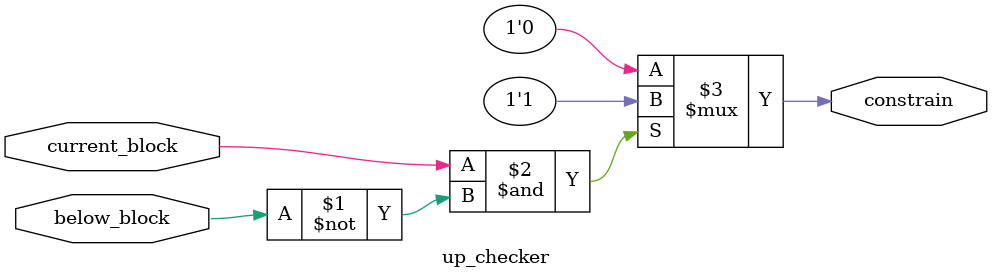
<source format=sv>
module up_checker (
					input current_block, below_block,
					output constrain
);

	// if the current block exists, we are checking to see if it has a neighbor below. 
	// if not does not, that means the character cannot move past the current block in the upward direction
	assign constrain = ( current_block & ~below_block ? 1'b1 : 1'b0 );
		
endmodule

</source>
